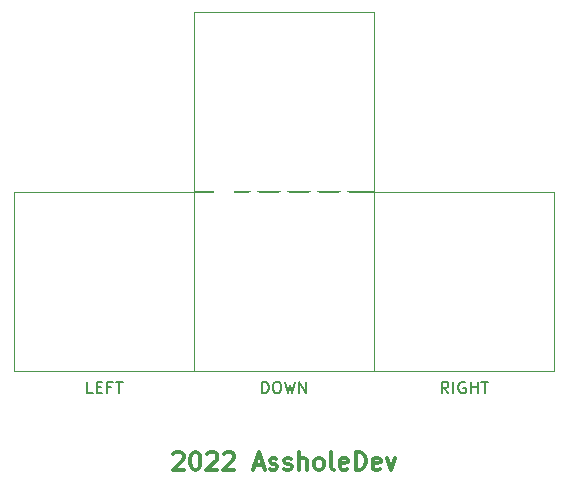
<source format=gto>
%TF.GenerationSoftware,KiCad,Pcbnew,(6.0.4)*%
%TF.CreationDate,2022-05-01T19:09:37-04:00*%
%TF.ProjectId,odin,6f64696e-2e6b-4696-9361-645f70636258,rev?*%
%TF.SameCoordinates,Original*%
%TF.FileFunction,Legend,Top*%
%TF.FilePolarity,Positive*%
%FSLAX46Y46*%
G04 Gerber Fmt 4.6, Leading zero omitted, Abs format (unit mm)*
G04 Created by KiCad (PCBNEW (6.0.4)) date 2022-05-01 19:09:37*
%MOMM*%
%LPD*%
G01*
G04 APERTURE LIST*
%ADD10C,0.300000*%
%ADD11C,0.150000*%
%ADD12C,0.120000*%
%ADD13C,1.900000*%
%ADD14C,3.450000*%
%ADD15C,3.200000*%
%ADD16R,1.700000X1.700000*%
%ADD17O,1.700000X1.700000*%
G04 APERTURE END LIST*
D10*
X143042857Y-121241428D02*
X143114285Y-121170000D01*
X143257142Y-121098571D01*
X143614285Y-121098571D01*
X143757142Y-121170000D01*
X143828571Y-121241428D01*
X143900000Y-121384285D01*
X143900000Y-121527142D01*
X143828571Y-121741428D01*
X142971428Y-122598571D01*
X143900000Y-122598571D01*
X144828571Y-121098571D02*
X144971428Y-121098571D01*
X145114285Y-121170000D01*
X145185714Y-121241428D01*
X145257142Y-121384285D01*
X145328571Y-121670000D01*
X145328571Y-122027142D01*
X145257142Y-122312857D01*
X145185714Y-122455714D01*
X145114285Y-122527142D01*
X144971428Y-122598571D01*
X144828571Y-122598571D01*
X144685714Y-122527142D01*
X144614285Y-122455714D01*
X144542857Y-122312857D01*
X144471428Y-122027142D01*
X144471428Y-121670000D01*
X144542857Y-121384285D01*
X144614285Y-121241428D01*
X144685714Y-121170000D01*
X144828571Y-121098571D01*
X145900000Y-121241428D02*
X145971428Y-121170000D01*
X146114285Y-121098571D01*
X146471428Y-121098571D01*
X146614285Y-121170000D01*
X146685714Y-121241428D01*
X146757142Y-121384285D01*
X146757142Y-121527142D01*
X146685714Y-121741428D01*
X145828571Y-122598571D01*
X146757142Y-122598571D01*
X147328571Y-121241428D02*
X147400000Y-121170000D01*
X147542857Y-121098571D01*
X147900000Y-121098571D01*
X148042857Y-121170000D01*
X148114285Y-121241428D01*
X148185714Y-121384285D01*
X148185714Y-121527142D01*
X148114285Y-121741428D01*
X147257142Y-122598571D01*
X148185714Y-122598571D01*
X149900000Y-122170000D02*
X150614285Y-122170000D01*
X149757142Y-122598571D02*
X150257142Y-121098571D01*
X150757142Y-122598571D01*
X151185714Y-122527142D02*
X151328571Y-122598571D01*
X151614285Y-122598571D01*
X151757142Y-122527142D01*
X151828571Y-122384285D01*
X151828571Y-122312857D01*
X151757142Y-122170000D01*
X151614285Y-122098571D01*
X151400000Y-122098571D01*
X151257142Y-122027142D01*
X151185714Y-121884285D01*
X151185714Y-121812857D01*
X151257142Y-121670000D01*
X151400000Y-121598571D01*
X151614285Y-121598571D01*
X151757142Y-121670000D01*
X152400000Y-122527142D02*
X152542857Y-122598571D01*
X152828571Y-122598571D01*
X152971428Y-122527142D01*
X153042857Y-122384285D01*
X153042857Y-122312857D01*
X152971428Y-122170000D01*
X152828571Y-122098571D01*
X152614285Y-122098571D01*
X152471428Y-122027142D01*
X152400000Y-121884285D01*
X152400000Y-121812857D01*
X152471428Y-121670000D01*
X152614285Y-121598571D01*
X152828571Y-121598571D01*
X152971428Y-121670000D01*
X153685714Y-122598571D02*
X153685714Y-121098571D01*
X154328571Y-122598571D02*
X154328571Y-121812857D01*
X154257142Y-121670000D01*
X154114285Y-121598571D01*
X153900000Y-121598571D01*
X153757142Y-121670000D01*
X153685714Y-121741428D01*
X155257142Y-122598571D02*
X155114285Y-122527142D01*
X155042857Y-122455714D01*
X154971428Y-122312857D01*
X154971428Y-121884285D01*
X155042857Y-121741428D01*
X155114285Y-121670000D01*
X155257142Y-121598571D01*
X155471428Y-121598571D01*
X155614285Y-121670000D01*
X155685714Y-121741428D01*
X155757142Y-121884285D01*
X155757142Y-122312857D01*
X155685714Y-122455714D01*
X155614285Y-122527142D01*
X155471428Y-122598571D01*
X155257142Y-122598571D01*
X156614285Y-122598571D02*
X156471428Y-122527142D01*
X156400000Y-122384285D01*
X156400000Y-121098571D01*
X157757142Y-122527142D02*
X157614285Y-122598571D01*
X157328571Y-122598571D01*
X157185714Y-122527142D01*
X157114285Y-122384285D01*
X157114285Y-121812857D01*
X157185714Y-121670000D01*
X157328571Y-121598571D01*
X157614285Y-121598571D01*
X157757142Y-121670000D01*
X157828571Y-121812857D01*
X157828571Y-121955714D01*
X157114285Y-122098571D01*
X158471428Y-122598571D02*
X158471428Y-121098571D01*
X158828571Y-121098571D01*
X159042857Y-121170000D01*
X159185714Y-121312857D01*
X159257142Y-121455714D01*
X159328571Y-121741428D01*
X159328571Y-121955714D01*
X159257142Y-122241428D01*
X159185714Y-122384285D01*
X159042857Y-122527142D01*
X158828571Y-122598571D01*
X158471428Y-122598571D01*
X160542857Y-122527142D02*
X160400000Y-122598571D01*
X160114285Y-122598571D01*
X159971428Y-122527142D01*
X159900000Y-122384285D01*
X159900000Y-121812857D01*
X159971428Y-121670000D01*
X160114285Y-121598571D01*
X160400000Y-121598571D01*
X160542857Y-121670000D01*
X160614285Y-121812857D01*
X160614285Y-121955714D01*
X159900000Y-122098571D01*
X161114285Y-121598571D02*
X161471428Y-122598571D01*
X161828571Y-121598571D01*
D11*
%TO.C,DOWN*%
X150519047Y-116132380D02*
X150519047Y-115132380D01*
X150757142Y-115132380D01*
X150900000Y-115180000D01*
X150995238Y-115275238D01*
X151042857Y-115370476D01*
X151090476Y-115560952D01*
X151090476Y-115703809D01*
X151042857Y-115894285D01*
X150995238Y-115989523D01*
X150900000Y-116084761D01*
X150757142Y-116132380D01*
X150519047Y-116132380D01*
X151709523Y-115132380D02*
X151900000Y-115132380D01*
X151995238Y-115180000D01*
X152090476Y-115275238D01*
X152138095Y-115465714D01*
X152138095Y-115799047D01*
X152090476Y-115989523D01*
X151995238Y-116084761D01*
X151900000Y-116132380D01*
X151709523Y-116132380D01*
X151614285Y-116084761D01*
X151519047Y-115989523D01*
X151471428Y-115799047D01*
X151471428Y-115465714D01*
X151519047Y-115275238D01*
X151614285Y-115180000D01*
X151709523Y-115132380D01*
X152471428Y-115132380D02*
X152709523Y-116132380D01*
X152900000Y-115418095D01*
X153090476Y-116132380D01*
X153328571Y-115132380D01*
X153709523Y-116132380D02*
X153709523Y-115132380D01*
X154280952Y-116132380D01*
X154280952Y-115132380D01*
%TO.C,RIGHT*%
X166306666Y-116132380D02*
X165973333Y-115656190D01*
X165735238Y-116132380D02*
X165735238Y-115132380D01*
X166116190Y-115132380D01*
X166211428Y-115180000D01*
X166259047Y-115227619D01*
X166306666Y-115322857D01*
X166306666Y-115465714D01*
X166259047Y-115560952D01*
X166211428Y-115608571D01*
X166116190Y-115656190D01*
X165735238Y-115656190D01*
X166735238Y-116132380D02*
X166735238Y-115132380D01*
X167735238Y-115180000D02*
X167640000Y-115132380D01*
X167497142Y-115132380D01*
X167354285Y-115180000D01*
X167259047Y-115275238D01*
X167211428Y-115370476D01*
X167163809Y-115560952D01*
X167163809Y-115703809D01*
X167211428Y-115894285D01*
X167259047Y-115989523D01*
X167354285Y-116084761D01*
X167497142Y-116132380D01*
X167592380Y-116132380D01*
X167735238Y-116084761D01*
X167782857Y-116037142D01*
X167782857Y-115703809D01*
X167592380Y-115703809D01*
X168211428Y-116132380D02*
X168211428Y-115132380D01*
X168211428Y-115608571D02*
X168782857Y-115608571D01*
X168782857Y-116132380D02*
X168782857Y-115132380D01*
X169116190Y-115132380D02*
X169687619Y-115132380D01*
X169401904Y-116132380D02*
X169401904Y-115132380D01*
%TO.C,LEFT*%
X136207619Y-116132380D02*
X135731428Y-116132380D01*
X135731428Y-115132380D01*
X136540952Y-115608571D02*
X136874285Y-115608571D01*
X137017142Y-116132380D02*
X136540952Y-116132380D01*
X136540952Y-115132380D01*
X137017142Y-115132380D01*
X137779047Y-115608571D02*
X137445714Y-115608571D01*
X137445714Y-116132380D02*
X137445714Y-115132380D01*
X137921904Y-115132380D01*
X138160000Y-115132380D02*
X138731428Y-115132380D01*
X138445714Y-116132380D02*
X138445714Y-115132380D01*
D12*
%TO.C,DOWN*%
X160000000Y-99080000D02*
X144800000Y-99080000D01*
X144800000Y-114280000D02*
X160000000Y-114280000D01*
X144800000Y-99080000D02*
X144800000Y-114280000D01*
X160000000Y-114280000D02*
X160000000Y-99080000D01*
%TO.C,RIGHT*%
X160040000Y-114280000D02*
X175240000Y-114280000D01*
X175240000Y-99080000D02*
X160040000Y-99080000D01*
X160040000Y-99080000D02*
X160040000Y-114280000D01*
X175240000Y-114280000D02*
X175240000Y-99080000D01*
%TO.C,LEFT*%
X144760000Y-99080000D02*
X129560000Y-99080000D01*
X144760000Y-114280000D02*
X144760000Y-99080000D01*
X129560000Y-114280000D02*
X144760000Y-114280000D01*
X129560000Y-99080000D02*
X129560000Y-114280000D01*
%TO.C,SW2*%
X160000000Y-99040000D02*
X160000000Y-83840000D01*
X160000000Y-83840000D02*
X144800000Y-83840000D01*
X144800000Y-83840000D02*
X144800000Y-99040000D01*
X144800000Y-99040000D02*
X160000000Y-99040000D01*
%TD*%
%LPC*%
D13*
%TO.C,DOWN*%
X146900000Y-106680000D03*
X157900000Y-106680000D03*
D14*
X152400000Y-106680000D03*
%TD*%
D15*
%TO.C,H4*%
X152364707Y-131074155D03*
%TD*%
D13*
%TO.C,RIGHT*%
X162140000Y-106680000D03*
D14*
X167640000Y-106680000D03*
D13*
X173140000Y-106680000D03*
%TD*%
D14*
%TO.C,LEFT*%
X137160000Y-106680000D03*
D13*
X131660000Y-106680000D03*
X142660000Y-106680000D03*
%TD*%
D15*
%TO.C,H1*%
X133843558Y-73801171D03*
%TD*%
%TO.C,H5*%
X122318125Y-109259704D03*
%TD*%
%TO.C,H3*%
X182456486Y-109167060D03*
%TD*%
D14*
%TO.C,SW2*%
X152400000Y-91440000D03*
D13*
X157900000Y-91440000D03*
X146900000Y-91440000D03*
%TD*%
D15*
%TO.C,H2*%
X170841740Y-73872838D03*
%TD*%
D16*
%TO.C,J1*%
X147320000Y-99822000D03*
D17*
X149860000Y-99822000D03*
X152400000Y-99822000D03*
X154940000Y-99822000D03*
X157480000Y-99822000D03*
%TD*%
M02*

</source>
